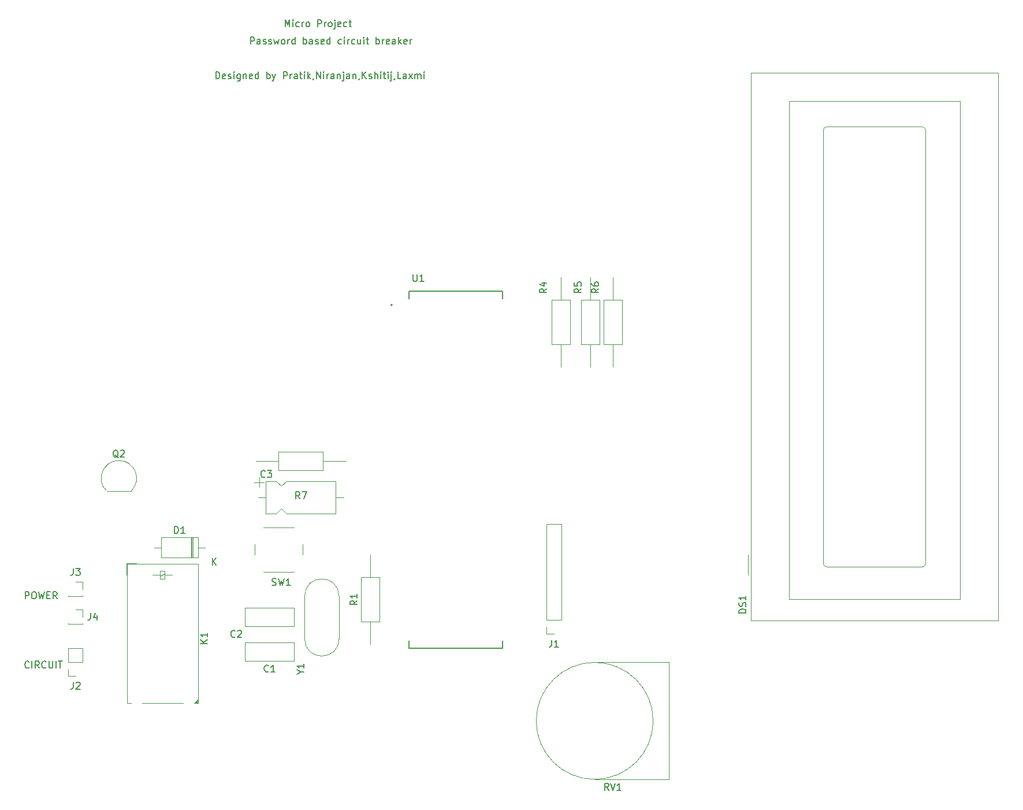
<source format=gbr>
%TF.GenerationSoftware,KiCad,Pcbnew,7.0.2*%
%TF.CreationDate,2023-06-03T11:17:19+05:30*%
%TF.ProjectId,gerb,67657262-2e6b-4696-9361-645f70636258,rev?*%
%TF.SameCoordinates,Original*%
%TF.FileFunction,Legend,Top*%
%TF.FilePolarity,Positive*%
%FSLAX46Y46*%
G04 Gerber Fmt 4.6, Leading zero omitted, Abs format (unit mm)*
G04 Created by KiCad (PCBNEW 7.0.2) date 2023-06-03 11:17:19*
%MOMM*%
%LPD*%
G01*
G04 APERTURE LIST*
%ADD10C,0.150000*%
%ADD11C,0.120000*%
%ADD12C,0.127000*%
%ADD13C,0.200000*%
G04 APERTURE END LIST*
D10*
X89138095Y-20197619D02*
X89138095Y-19197619D01*
X89138095Y-19197619D02*
X89471428Y-19911904D01*
X89471428Y-19911904D02*
X89804761Y-19197619D01*
X89804761Y-19197619D02*
X89804761Y-20197619D01*
X90280952Y-20197619D02*
X90280952Y-19530952D01*
X90280952Y-19197619D02*
X90233333Y-19245238D01*
X90233333Y-19245238D02*
X90280952Y-19292857D01*
X90280952Y-19292857D02*
X90328571Y-19245238D01*
X90328571Y-19245238D02*
X90280952Y-19197619D01*
X90280952Y-19197619D02*
X90280952Y-19292857D01*
X91185713Y-20150000D02*
X91090475Y-20197619D01*
X91090475Y-20197619D02*
X90899999Y-20197619D01*
X90899999Y-20197619D02*
X90804761Y-20150000D01*
X90804761Y-20150000D02*
X90757142Y-20102380D01*
X90757142Y-20102380D02*
X90709523Y-20007142D01*
X90709523Y-20007142D02*
X90709523Y-19721428D01*
X90709523Y-19721428D02*
X90757142Y-19626190D01*
X90757142Y-19626190D02*
X90804761Y-19578571D01*
X90804761Y-19578571D02*
X90899999Y-19530952D01*
X90899999Y-19530952D02*
X91090475Y-19530952D01*
X91090475Y-19530952D02*
X91185713Y-19578571D01*
X91614285Y-20197619D02*
X91614285Y-19530952D01*
X91614285Y-19721428D02*
X91661904Y-19626190D01*
X91661904Y-19626190D02*
X91709523Y-19578571D01*
X91709523Y-19578571D02*
X91804761Y-19530952D01*
X91804761Y-19530952D02*
X91899999Y-19530952D01*
X92376190Y-20197619D02*
X92280952Y-20150000D01*
X92280952Y-20150000D02*
X92233333Y-20102380D01*
X92233333Y-20102380D02*
X92185714Y-20007142D01*
X92185714Y-20007142D02*
X92185714Y-19721428D01*
X92185714Y-19721428D02*
X92233333Y-19626190D01*
X92233333Y-19626190D02*
X92280952Y-19578571D01*
X92280952Y-19578571D02*
X92376190Y-19530952D01*
X92376190Y-19530952D02*
X92519047Y-19530952D01*
X92519047Y-19530952D02*
X92614285Y-19578571D01*
X92614285Y-19578571D02*
X92661904Y-19626190D01*
X92661904Y-19626190D02*
X92709523Y-19721428D01*
X92709523Y-19721428D02*
X92709523Y-20007142D01*
X92709523Y-20007142D02*
X92661904Y-20102380D01*
X92661904Y-20102380D02*
X92614285Y-20150000D01*
X92614285Y-20150000D02*
X92519047Y-20197619D01*
X92519047Y-20197619D02*
X92376190Y-20197619D01*
X93900000Y-20197619D02*
X93900000Y-19197619D01*
X93900000Y-19197619D02*
X94280952Y-19197619D01*
X94280952Y-19197619D02*
X94376190Y-19245238D01*
X94376190Y-19245238D02*
X94423809Y-19292857D01*
X94423809Y-19292857D02*
X94471428Y-19388095D01*
X94471428Y-19388095D02*
X94471428Y-19530952D01*
X94471428Y-19530952D02*
X94423809Y-19626190D01*
X94423809Y-19626190D02*
X94376190Y-19673809D01*
X94376190Y-19673809D02*
X94280952Y-19721428D01*
X94280952Y-19721428D02*
X93900000Y-19721428D01*
X94900000Y-20197619D02*
X94900000Y-19530952D01*
X94900000Y-19721428D02*
X94947619Y-19626190D01*
X94947619Y-19626190D02*
X94995238Y-19578571D01*
X94995238Y-19578571D02*
X95090476Y-19530952D01*
X95090476Y-19530952D02*
X95185714Y-19530952D01*
X95661905Y-20197619D02*
X95566667Y-20150000D01*
X95566667Y-20150000D02*
X95519048Y-20102380D01*
X95519048Y-20102380D02*
X95471429Y-20007142D01*
X95471429Y-20007142D02*
X95471429Y-19721428D01*
X95471429Y-19721428D02*
X95519048Y-19626190D01*
X95519048Y-19626190D02*
X95566667Y-19578571D01*
X95566667Y-19578571D02*
X95661905Y-19530952D01*
X95661905Y-19530952D02*
X95804762Y-19530952D01*
X95804762Y-19530952D02*
X95900000Y-19578571D01*
X95900000Y-19578571D02*
X95947619Y-19626190D01*
X95947619Y-19626190D02*
X95995238Y-19721428D01*
X95995238Y-19721428D02*
X95995238Y-20007142D01*
X95995238Y-20007142D02*
X95947619Y-20102380D01*
X95947619Y-20102380D02*
X95900000Y-20150000D01*
X95900000Y-20150000D02*
X95804762Y-20197619D01*
X95804762Y-20197619D02*
X95661905Y-20197619D01*
X96423810Y-19530952D02*
X96423810Y-20388095D01*
X96423810Y-20388095D02*
X96376191Y-20483333D01*
X96376191Y-20483333D02*
X96280953Y-20530952D01*
X96280953Y-20530952D02*
X96233334Y-20530952D01*
X96423810Y-19197619D02*
X96376191Y-19245238D01*
X96376191Y-19245238D02*
X96423810Y-19292857D01*
X96423810Y-19292857D02*
X96471429Y-19245238D01*
X96471429Y-19245238D02*
X96423810Y-19197619D01*
X96423810Y-19197619D02*
X96423810Y-19292857D01*
X97280952Y-20150000D02*
X97185714Y-20197619D01*
X97185714Y-20197619D02*
X96995238Y-20197619D01*
X96995238Y-20197619D02*
X96900000Y-20150000D01*
X96900000Y-20150000D02*
X96852381Y-20054761D01*
X96852381Y-20054761D02*
X96852381Y-19673809D01*
X96852381Y-19673809D02*
X96900000Y-19578571D01*
X96900000Y-19578571D02*
X96995238Y-19530952D01*
X96995238Y-19530952D02*
X97185714Y-19530952D01*
X97185714Y-19530952D02*
X97280952Y-19578571D01*
X97280952Y-19578571D02*
X97328571Y-19673809D01*
X97328571Y-19673809D02*
X97328571Y-19769047D01*
X97328571Y-19769047D02*
X96852381Y-19864285D01*
X98185714Y-20150000D02*
X98090476Y-20197619D01*
X98090476Y-20197619D02*
X97900000Y-20197619D01*
X97900000Y-20197619D02*
X97804762Y-20150000D01*
X97804762Y-20150000D02*
X97757143Y-20102380D01*
X97757143Y-20102380D02*
X97709524Y-20007142D01*
X97709524Y-20007142D02*
X97709524Y-19721428D01*
X97709524Y-19721428D02*
X97757143Y-19626190D01*
X97757143Y-19626190D02*
X97804762Y-19578571D01*
X97804762Y-19578571D02*
X97900000Y-19530952D01*
X97900000Y-19530952D02*
X98090476Y-19530952D01*
X98090476Y-19530952D02*
X98185714Y-19578571D01*
X98471429Y-19530952D02*
X98852381Y-19530952D01*
X98614286Y-19197619D02*
X98614286Y-20054761D01*
X98614286Y-20054761D02*
X98661905Y-20150000D01*
X98661905Y-20150000D02*
X98757143Y-20197619D01*
X98757143Y-20197619D02*
X98852381Y-20197619D01*
X51609523Y-114082380D02*
X51561904Y-114130000D01*
X51561904Y-114130000D02*
X51419047Y-114177619D01*
X51419047Y-114177619D02*
X51323809Y-114177619D01*
X51323809Y-114177619D02*
X51180952Y-114130000D01*
X51180952Y-114130000D02*
X51085714Y-114034761D01*
X51085714Y-114034761D02*
X51038095Y-113939523D01*
X51038095Y-113939523D02*
X50990476Y-113749047D01*
X50990476Y-113749047D02*
X50990476Y-113606190D01*
X50990476Y-113606190D02*
X51038095Y-113415714D01*
X51038095Y-113415714D02*
X51085714Y-113320476D01*
X51085714Y-113320476D02*
X51180952Y-113225238D01*
X51180952Y-113225238D02*
X51323809Y-113177619D01*
X51323809Y-113177619D02*
X51419047Y-113177619D01*
X51419047Y-113177619D02*
X51561904Y-113225238D01*
X51561904Y-113225238D02*
X51609523Y-113272857D01*
X52038095Y-114177619D02*
X52038095Y-113177619D01*
X53085713Y-114177619D02*
X52752380Y-113701428D01*
X52514285Y-114177619D02*
X52514285Y-113177619D01*
X52514285Y-113177619D02*
X52895237Y-113177619D01*
X52895237Y-113177619D02*
X52990475Y-113225238D01*
X52990475Y-113225238D02*
X53038094Y-113272857D01*
X53038094Y-113272857D02*
X53085713Y-113368095D01*
X53085713Y-113368095D02*
X53085713Y-113510952D01*
X53085713Y-113510952D02*
X53038094Y-113606190D01*
X53038094Y-113606190D02*
X52990475Y-113653809D01*
X52990475Y-113653809D02*
X52895237Y-113701428D01*
X52895237Y-113701428D02*
X52514285Y-113701428D01*
X54085713Y-114082380D02*
X54038094Y-114130000D01*
X54038094Y-114130000D02*
X53895237Y-114177619D01*
X53895237Y-114177619D02*
X53799999Y-114177619D01*
X53799999Y-114177619D02*
X53657142Y-114130000D01*
X53657142Y-114130000D02*
X53561904Y-114034761D01*
X53561904Y-114034761D02*
X53514285Y-113939523D01*
X53514285Y-113939523D02*
X53466666Y-113749047D01*
X53466666Y-113749047D02*
X53466666Y-113606190D01*
X53466666Y-113606190D02*
X53514285Y-113415714D01*
X53514285Y-113415714D02*
X53561904Y-113320476D01*
X53561904Y-113320476D02*
X53657142Y-113225238D01*
X53657142Y-113225238D02*
X53799999Y-113177619D01*
X53799999Y-113177619D02*
X53895237Y-113177619D01*
X53895237Y-113177619D02*
X54038094Y-113225238D01*
X54038094Y-113225238D02*
X54085713Y-113272857D01*
X54514285Y-113177619D02*
X54514285Y-113987142D01*
X54514285Y-113987142D02*
X54561904Y-114082380D01*
X54561904Y-114082380D02*
X54609523Y-114130000D01*
X54609523Y-114130000D02*
X54704761Y-114177619D01*
X54704761Y-114177619D02*
X54895237Y-114177619D01*
X54895237Y-114177619D02*
X54990475Y-114130000D01*
X54990475Y-114130000D02*
X55038094Y-114082380D01*
X55038094Y-114082380D02*
X55085713Y-113987142D01*
X55085713Y-113987142D02*
X55085713Y-113177619D01*
X55561904Y-114177619D02*
X55561904Y-113177619D01*
X55895237Y-113177619D02*
X56466665Y-113177619D01*
X56180951Y-114177619D02*
X56180951Y-113177619D01*
X51038095Y-104017619D02*
X51038095Y-103017619D01*
X51038095Y-103017619D02*
X51419047Y-103017619D01*
X51419047Y-103017619D02*
X51514285Y-103065238D01*
X51514285Y-103065238D02*
X51561904Y-103112857D01*
X51561904Y-103112857D02*
X51609523Y-103208095D01*
X51609523Y-103208095D02*
X51609523Y-103350952D01*
X51609523Y-103350952D02*
X51561904Y-103446190D01*
X51561904Y-103446190D02*
X51514285Y-103493809D01*
X51514285Y-103493809D02*
X51419047Y-103541428D01*
X51419047Y-103541428D02*
X51038095Y-103541428D01*
X52228571Y-103017619D02*
X52419047Y-103017619D01*
X52419047Y-103017619D02*
X52514285Y-103065238D01*
X52514285Y-103065238D02*
X52609523Y-103160476D01*
X52609523Y-103160476D02*
X52657142Y-103350952D01*
X52657142Y-103350952D02*
X52657142Y-103684285D01*
X52657142Y-103684285D02*
X52609523Y-103874761D01*
X52609523Y-103874761D02*
X52514285Y-103970000D01*
X52514285Y-103970000D02*
X52419047Y-104017619D01*
X52419047Y-104017619D02*
X52228571Y-104017619D01*
X52228571Y-104017619D02*
X52133333Y-103970000D01*
X52133333Y-103970000D02*
X52038095Y-103874761D01*
X52038095Y-103874761D02*
X51990476Y-103684285D01*
X51990476Y-103684285D02*
X51990476Y-103350952D01*
X51990476Y-103350952D02*
X52038095Y-103160476D01*
X52038095Y-103160476D02*
X52133333Y-103065238D01*
X52133333Y-103065238D02*
X52228571Y-103017619D01*
X52990476Y-103017619D02*
X53228571Y-104017619D01*
X53228571Y-104017619D02*
X53419047Y-103303333D01*
X53419047Y-103303333D02*
X53609523Y-104017619D01*
X53609523Y-104017619D02*
X53847619Y-103017619D01*
X54228571Y-103493809D02*
X54561904Y-103493809D01*
X54704761Y-104017619D02*
X54228571Y-104017619D01*
X54228571Y-104017619D02*
X54228571Y-103017619D01*
X54228571Y-103017619D02*
X54704761Y-103017619D01*
X55704761Y-104017619D02*
X55371428Y-103541428D01*
X55133333Y-104017619D02*
X55133333Y-103017619D01*
X55133333Y-103017619D02*
X55514285Y-103017619D01*
X55514285Y-103017619D02*
X55609523Y-103065238D01*
X55609523Y-103065238D02*
X55657142Y-103112857D01*
X55657142Y-103112857D02*
X55704761Y-103208095D01*
X55704761Y-103208095D02*
X55704761Y-103350952D01*
X55704761Y-103350952D02*
X55657142Y-103446190D01*
X55657142Y-103446190D02*
X55609523Y-103493809D01*
X55609523Y-103493809D02*
X55514285Y-103541428D01*
X55514285Y-103541428D02*
X55133333Y-103541428D01*
X78978095Y-27817619D02*
X78978095Y-26817619D01*
X78978095Y-26817619D02*
X79216190Y-26817619D01*
X79216190Y-26817619D02*
X79359047Y-26865238D01*
X79359047Y-26865238D02*
X79454285Y-26960476D01*
X79454285Y-26960476D02*
X79501904Y-27055714D01*
X79501904Y-27055714D02*
X79549523Y-27246190D01*
X79549523Y-27246190D02*
X79549523Y-27389047D01*
X79549523Y-27389047D02*
X79501904Y-27579523D01*
X79501904Y-27579523D02*
X79454285Y-27674761D01*
X79454285Y-27674761D02*
X79359047Y-27770000D01*
X79359047Y-27770000D02*
X79216190Y-27817619D01*
X79216190Y-27817619D02*
X78978095Y-27817619D01*
X80359047Y-27770000D02*
X80263809Y-27817619D01*
X80263809Y-27817619D02*
X80073333Y-27817619D01*
X80073333Y-27817619D02*
X79978095Y-27770000D01*
X79978095Y-27770000D02*
X79930476Y-27674761D01*
X79930476Y-27674761D02*
X79930476Y-27293809D01*
X79930476Y-27293809D02*
X79978095Y-27198571D01*
X79978095Y-27198571D02*
X80073333Y-27150952D01*
X80073333Y-27150952D02*
X80263809Y-27150952D01*
X80263809Y-27150952D02*
X80359047Y-27198571D01*
X80359047Y-27198571D02*
X80406666Y-27293809D01*
X80406666Y-27293809D02*
X80406666Y-27389047D01*
X80406666Y-27389047D02*
X79930476Y-27484285D01*
X80787619Y-27770000D02*
X80882857Y-27817619D01*
X80882857Y-27817619D02*
X81073333Y-27817619D01*
X81073333Y-27817619D02*
X81168571Y-27770000D01*
X81168571Y-27770000D02*
X81216190Y-27674761D01*
X81216190Y-27674761D02*
X81216190Y-27627142D01*
X81216190Y-27627142D02*
X81168571Y-27531904D01*
X81168571Y-27531904D02*
X81073333Y-27484285D01*
X81073333Y-27484285D02*
X80930476Y-27484285D01*
X80930476Y-27484285D02*
X80835238Y-27436666D01*
X80835238Y-27436666D02*
X80787619Y-27341428D01*
X80787619Y-27341428D02*
X80787619Y-27293809D01*
X80787619Y-27293809D02*
X80835238Y-27198571D01*
X80835238Y-27198571D02*
X80930476Y-27150952D01*
X80930476Y-27150952D02*
X81073333Y-27150952D01*
X81073333Y-27150952D02*
X81168571Y-27198571D01*
X81644762Y-27817619D02*
X81644762Y-27150952D01*
X81644762Y-26817619D02*
X81597143Y-26865238D01*
X81597143Y-26865238D02*
X81644762Y-26912857D01*
X81644762Y-26912857D02*
X81692381Y-26865238D01*
X81692381Y-26865238D02*
X81644762Y-26817619D01*
X81644762Y-26817619D02*
X81644762Y-26912857D01*
X82549523Y-27150952D02*
X82549523Y-27960476D01*
X82549523Y-27960476D02*
X82501904Y-28055714D01*
X82501904Y-28055714D02*
X82454285Y-28103333D01*
X82454285Y-28103333D02*
X82359047Y-28150952D01*
X82359047Y-28150952D02*
X82216190Y-28150952D01*
X82216190Y-28150952D02*
X82120952Y-28103333D01*
X82549523Y-27770000D02*
X82454285Y-27817619D01*
X82454285Y-27817619D02*
X82263809Y-27817619D01*
X82263809Y-27817619D02*
X82168571Y-27770000D01*
X82168571Y-27770000D02*
X82120952Y-27722380D01*
X82120952Y-27722380D02*
X82073333Y-27627142D01*
X82073333Y-27627142D02*
X82073333Y-27341428D01*
X82073333Y-27341428D02*
X82120952Y-27246190D01*
X82120952Y-27246190D02*
X82168571Y-27198571D01*
X82168571Y-27198571D02*
X82263809Y-27150952D01*
X82263809Y-27150952D02*
X82454285Y-27150952D01*
X82454285Y-27150952D02*
X82549523Y-27198571D01*
X83025714Y-27150952D02*
X83025714Y-27817619D01*
X83025714Y-27246190D02*
X83073333Y-27198571D01*
X83073333Y-27198571D02*
X83168571Y-27150952D01*
X83168571Y-27150952D02*
X83311428Y-27150952D01*
X83311428Y-27150952D02*
X83406666Y-27198571D01*
X83406666Y-27198571D02*
X83454285Y-27293809D01*
X83454285Y-27293809D02*
X83454285Y-27817619D01*
X84311428Y-27770000D02*
X84216190Y-27817619D01*
X84216190Y-27817619D02*
X84025714Y-27817619D01*
X84025714Y-27817619D02*
X83930476Y-27770000D01*
X83930476Y-27770000D02*
X83882857Y-27674761D01*
X83882857Y-27674761D02*
X83882857Y-27293809D01*
X83882857Y-27293809D02*
X83930476Y-27198571D01*
X83930476Y-27198571D02*
X84025714Y-27150952D01*
X84025714Y-27150952D02*
X84216190Y-27150952D01*
X84216190Y-27150952D02*
X84311428Y-27198571D01*
X84311428Y-27198571D02*
X84359047Y-27293809D01*
X84359047Y-27293809D02*
X84359047Y-27389047D01*
X84359047Y-27389047D02*
X83882857Y-27484285D01*
X85216190Y-27817619D02*
X85216190Y-26817619D01*
X85216190Y-27770000D02*
X85120952Y-27817619D01*
X85120952Y-27817619D02*
X84930476Y-27817619D01*
X84930476Y-27817619D02*
X84835238Y-27770000D01*
X84835238Y-27770000D02*
X84787619Y-27722380D01*
X84787619Y-27722380D02*
X84740000Y-27627142D01*
X84740000Y-27627142D02*
X84740000Y-27341428D01*
X84740000Y-27341428D02*
X84787619Y-27246190D01*
X84787619Y-27246190D02*
X84835238Y-27198571D01*
X84835238Y-27198571D02*
X84930476Y-27150952D01*
X84930476Y-27150952D02*
X85120952Y-27150952D01*
X85120952Y-27150952D02*
X85216190Y-27198571D01*
X86454286Y-27817619D02*
X86454286Y-26817619D01*
X86454286Y-27198571D02*
X86549524Y-27150952D01*
X86549524Y-27150952D02*
X86740000Y-27150952D01*
X86740000Y-27150952D02*
X86835238Y-27198571D01*
X86835238Y-27198571D02*
X86882857Y-27246190D01*
X86882857Y-27246190D02*
X86930476Y-27341428D01*
X86930476Y-27341428D02*
X86930476Y-27627142D01*
X86930476Y-27627142D02*
X86882857Y-27722380D01*
X86882857Y-27722380D02*
X86835238Y-27770000D01*
X86835238Y-27770000D02*
X86740000Y-27817619D01*
X86740000Y-27817619D02*
X86549524Y-27817619D01*
X86549524Y-27817619D02*
X86454286Y-27770000D01*
X87263810Y-27150952D02*
X87501905Y-27817619D01*
X87740000Y-27150952D02*
X87501905Y-27817619D01*
X87501905Y-27817619D02*
X87406667Y-28055714D01*
X87406667Y-28055714D02*
X87359048Y-28103333D01*
X87359048Y-28103333D02*
X87263810Y-28150952D01*
X88882858Y-27817619D02*
X88882858Y-26817619D01*
X88882858Y-26817619D02*
X89263810Y-26817619D01*
X89263810Y-26817619D02*
X89359048Y-26865238D01*
X89359048Y-26865238D02*
X89406667Y-26912857D01*
X89406667Y-26912857D02*
X89454286Y-27008095D01*
X89454286Y-27008095D02*
X89454286Y-27150952D01*
X89454286Y-27150952D02*
X89406667Y-27246190D01*
X89406667Y-27246190D02*
X89359048Y-27293809D01*
X89359048Y-27293809D02*
X89263810Y-27341428D01*
X89263810Y-27341428D02*
X88882858Y-27341428D01*
X89882858Y-27817619D02*
X89882858Y-27150952D01*
X89882858Y-27341428D02*
X89930477Y-27246190D01*
X89930477Y-27246190D02*
X89978096Y-27198571D01*
X89978096Y-27198571D02*
X90073334Y-27150952D01*
X90073334Y-27150952D02*
X90168572Y-27150952D01*
X90930477Y-27817619D02*
X90930477Y-27293809D01*
X90930477Y-27293809D02*
X90882858Y-27198571D01*
X90882858Y-27198571D02*
X90787620Y-27150952D01*
X90787620Y-27150952D02*
X90597144Y-27150952D01*
X90597144Y-27150952D02*
X90501906Y-27198571D01*
X90930477Y-27770000D02*
X90835239Y-27817619D01*
X90835239Y-27817619D02*
X90597144Y-27817619D01*
X90597144Y-27817619D02*
X90501906Y-27770000D01*
X90501906Y-27770000D02*
X90454287Y-27674761D01*
X90454287Y-27674761D02*
X90454287Y-27579523D01*
X90454287Y-27579523D02*
X90501906Y-27484285D01*
X90501906Y-27484285D02*
X90597144Y-27436666D01*
X90597144Y-27436666D02*
X90835239Y-27436666D01*
X90835239Y-27436666D02*
X90930477Y-27389047D01*
X91263811Y-27150952D02*
X91644763Y-27150952D01*
X91406668Y-26817619D02*
X91406668Y-27674761D01*
X91406668Y-27674761D02*
X91454287Y-27770000D01*
X91454287Y-27770000D02*
X91549525Y-27817619D01*
X91549525Y-27817619D02*
X91644763Y-27817619D01*
X91978097Y-27817619D02*
X91978097Y-27150952D01*
X91978097Y-26817619D02*
X91930478Y-26865238D01*
X91930478Y-26865238D02*
X91978097Y-26912857D01*
X91978097Y-26912857D02*
X92025716Y-26865238D01*
X92025716Y-26865238D02*
X91978097Y-26817619D01*
X91978097Y-26817619D02*
X91978097Y-26912857D01*
X92454287Y-27817619D02*
X92454287Y-26817619D01*
X92549525Y-27436666D02*
X92835239Y-27817619D01*
X92835239Y-27150952D02*
X92454287Y-27531904D01*
X93311430Y-27770000D02*
X93311430Y-27817619D01*
X93311430Y-27817619D02*
X93263811Y-27912857D01*
X93263811Y-27912857D02*
X93216192Y-27960476D01*
X93740001Y-27817619D02*
X93740001Y-26817619D01*
X93740001Y-26817619D02*
X94311429Y-27817619D01*
X94311429Y-27817619D02*
X94311429Y-26817619D01*
X94787620Y-27817619D02*
X94787620Y-27150952D01*
X94787620Y-26817619D02*
X94740001Y-26865238D01*
X94740001Y-26865238D02*
X94787620Y-26912857D01*
X94787620Y-26912857D02*
X94835239Y-26865238D01*
X94835239Y-26865238D02*
X94787620Y-26817619D01*
X94787620Y-26817619D02*
X94787620Y-26912857D01*
X95263810Y-27817619D02*
X95263810Y-27150952D01*
X95263810Y-27341428D02*
X95311429Y-27246190D01*
X95311429Y-27246190D02*
X95359048Y-27198571D01*
X95359048Y-27198571D02*
X95454286Y-27150952D01*
X95454286Y-27150952D02*
X95549524Y-27150952D01*
X96311429Y-27817619D02*
X96311429Y-27293809D01*
X96311429Y-27293809D02*
X96263810Y-27198571D01*
X96263810Y-27198571D02*
X96168572Y-27150952D01*
X96168572Y-27150952D02*
X95978096Y-27150952D01*
X95978096Y-27150952D02*
X95882858Y-27198571D01*
X96311429Y-27770000D02*
X96216191Y-27817619D01*
X96216191Y-27817619D02*
X95978096Y-27817619D01*
X95978096Y-27817619D02*
X95882858Y-27770000D01*
X95882858Y-27770000D02*
X95835239Y-27674761D01*
X95835239Y-27674761D02*
X95835239Y-27579523D01*
X95835239Y-27579523D02*
X95882858Y-27484285D01*
X95882858Y-27484285D02*
X95978096Y-27436666D01*
X95978096Y-27436666D02*
X96216191Y-27436666D01*
X96216191Y-27436666D02*
X96311429Y-27389047D01*
X96787620Y-27150952D02*
X96787620Y-27817619D01*
X96787620Y-27246190D02*
X96835239Y-27198571D01*
X96835239Y-27198571D02*
X96930477Y-27150952D01*
X96930477Y-27150952D02*
X97073334Y-27150952D01*
X97073334Y-27150952D02*
X97168572Y-27198571D01*
X97168572Y-27198571D02*
X97216191Y-27293809D01*
X97216191Y-27293809D02*
X97216191Y-27817619D01*
X97692382Y-27150952D02*
X97692382Y-28008095D01*
X97692382Y-28008095D02*
X97644763Y-28103333D01*
X97644763Y-28103333D02*
X97549525Y-28150952D01*
X97549525Y-28150952D02*
X97501906Y-28150952D01*
X97692382Y-26817619D02*
X97644763Y-26865238D01*
X97644763Y-26865238D02*
X97692382Y-26912857D01*
X97692382Y-26912857D02*
X97740001Y-26865238D01*
X97740001Y-26865238D02*
X97692382Y-26817619D01*
X97692382Y-26817619D02*
X97692382Y-26912857D01*
X98597143Y-27817619D02*
X98597143Y-27293809D01*
X98597143Y-27293809D02*
X98549524Y-27198571D01*
X98549524Y-27198571D02*
X98454286Y-27150952D01*
X98454286Y-27150952D02*
X98263810Y-27150952D01*
X98263810Y-27150952D02*
X98168572Y-27198571D01*
X98597143Y-27770000D02*
X98501905Y-27817619D01*
X98501905Y-27817619D02*
X98263810Y-27817619D01*
X98263810Y-27817619D02*
X98168572Y-27770000D01*
X98168572Y-27770000D02*
X98120953Y-27674761D01*
X98120953Y-27674761D02*
X98120953Y-27579523D01*
X98120953Y-27579523D02*
X98168572Y-27484285D01*
X98168572Y-27484285D02*
X98263810Y-27436666D01*
X98263810Y-27436666D02*
X98501905Y-27436666D01*
X98501905Y-27436666D02*
X98597143Y-27389047D01*
X99073334Y-27150952D02*
X99073334Y-27817619D01*
X99073334Y-27246190D02*
X99120953Y-27198571D01*
X99120953Y-27198571D02*
X99216191Y-27150952D01*
X99216191Y-27150952D02*
X99359048Y-27150952D01*
X99359048Y-27150952D02*
X99454286Y-27198571D01*
X99454286Y-27198571D02*
X99501905Y-27293809D01*
X99501905Y-27293809D02*
X99501905Y-27817619D01*
X100025715Y-27770000D02*
X100025715Y-27817619D01*
X100025715Y-27817619D02*
X99978096Y-27912857D01*
X99978096Y-27912857D02*
X99930477Y-27960476D01*
X100454286Y-27817619D02*
X100454286Y-26817619D01*
X101025714Y-27817619D02*
X100597143Y-27246190D01*
X101025714Y-26817619D02*
X100454286Y-27389047D01*
X101406667Y-27770000D02*
X101501905Y-27817619D01*
X101501905Y-27817619D02*
X101692381Y-27817619D01*
X101692381Y-27817619D02*
X101787619Y-27770000D01*
X101787619Y-27770000D02*
X101835238Y-27674761D01*
X101835238Y-27674761D02*
X101835238Y-27627142D01*
X101835238Y-27627142D02*
X101787619Y-27531904D01*
X101787619Y-27531904D02*
X101692381Y-27484285D01*
X101692381Y-27484285D02*
X101549524Y-27484285D01*
X101549524Y-27484285D02*
X101454286Y-27436666D01*
X101454286Y-27436666D02*
X101406667Y-27341428D01*
X101406667Y-27341428D02*
X101406667Y-27293809D01*
X101406667Y-27293809D02*
X101454286Y-27198571D01*
X101454286Y-27198571D02*
X101549524Y-27150952D01*
X101549524Y-27150952D02*
X101692381Y-27150952D01*
X101692381Y-27150952D02*
X101787619Y-27198571D01*
X102263810Y-27817619D02*
X102263810Y-26817619D01*
X102692381Y-27817619D02*
X102692381Y-27293809D01*
X102692381Y-27293809D02*
X102644762Y-27198571D01*
X102644762Y-27198571D02*
X102549524Y-27150952D01*
X102549524Y-27150952D02*
X102406667Y-27150952D01*
X102406667Y-27150952D02*
X102311429Y-27198571D01*
X102311429Y-27198571D02*
X102263810Y-27246190D01*
X103168572Y-27817619D02*
X103168572Y-27150952D01*
X103168572Y-26817619D02*
X103120953Y-26865238D01*
X103120953Y-26865238D02*
X103168572Y-26912857D01*
X103168572Y-26912857D02*
X103216191Y-26865238D01*
X103216191Y-26865238D02*
X103168572Y-26817619D01*
X103168572Y-26817619D02*
X103168572Y-26912857D01*
X103501905Y-27150952D02*
X103882857Y-27150952D01*
X103644762Y-26817619D02*
X103644762Y-27674761D01*
X103644762Y-27674761D02*
X103692381Y-27770000D01*
X103692381Y-27770000D02*
X103787619Y-27817619D01*
X103787619Y-27817619D02*
X103882857Y-27817619D01*
X104216191Y-27817619D02*
X104216191Y-27150952D01*
X104216191Y-26817619D02*
X104168572Y-26865238D01*
X104168572Y-26865238D02*
X104216191Y-26912857D01*
X104216191Y-26912857D02*
X104263810Y-26865238D01*
X104263810Y-26865238D02*
X104216191Y-26817619D01*
X104216191Y-26817619D02*
X104216191Y-26912857D01*
X104692381Y-27150952D02*
X104692381Y-28008095D01*
X104692381Y-28008095D02*
X104644762Y-28103333D01*
X104644762Y-28103333D02*
X104549524Y-28150952D01*
X104549524Y-28150952D02*
X104501905Y-28150952D01*
X104692381Y-26817619D02*
X104644762Y-26865238D01*
X104644762Y-26865238D02*
X104692381Y-26912857D01*
X104692381Y-26912857D02*
X104740000Y-26865238D01*
X104740000Y-26865238D02*
X104692381Y-26817619D01*
X104692381Y-26817619D02*
X104692381Y-26912857D01*
X105216190Y-27770000D02*
X105216190Y-27817619D01*
X105216190Y-27817619D02*
X105168571Y-27912857D01*
X105168571Y-27912857D02*
X105120952Y-27960476D01*
X106120951Y-27817619D02*
X105644761Y-27817619D01*
X105644761Y-27817619D02*
X105644761Y-26817619D01*
X106882856Y-27817619D02*
X106882856Y-27293809D01*
X106882856Y-27293809D02*
X106835237Y-27198571D01*
X106835237Y-27198571D02*
X106739999Y-27150952D01*
X106739999Y-27150952D02*
X106549523Y-27150952D01*
X106549523Y-27150952D02*
X106454285Y-27198571D01*
X106882856Y-27770000D02*
X106787618Y-27817619D01*
X106787618Y-27817619D02*
X106549523Y-27817619D01*
X106549523Y-27817619D02*
X106454285Y-27770000D01*
X106454285Y-27770000D02*
X106406666Y-27674761D01*
X106406666Y-27674761D02*
X106406666Y-27579523D01*
X106406666Y-27579523D02*
X106454285Y-27484285D01*
X106454285Y-27484285D02*
X106549523Y-27436666D01*
X106549523Y-27436666D02*
X106787618Y-27436666D01*
X106787618Y-27436666D02*
X106882856Y-27389047D01*
X107263809Y-27817619D02*
X107787618Y-27150952D01*
X107263809Y-27150952D02*
X107787618Y-27817619D01*
X108168571Y-27817619D02*
X108168571Y-27150952D01*
X108168571Y-27246190D02*
X108216190Y-27198571D01*
X108216190Y-27198571D02*
X108311428Y-27150952D01*
X108311428Y-27150952D02*
X108454285Y-27150952D01*
X108454285Y-27150952D02*
X108549523Y-27198571D01*
X108549523Y-27198571D02*
X108597142Y-27293809D01*
X108597142Y-27293809D02*
X108597142Y-27817619D01*
X108597142Y-27293809D02*
X108644761Y-27198571D01*
X108644761Y-27198571D02*
X108739999Y-27150952D01*
X108739999Y-27150952D02*
X108882856Y-27150952D01*
X108882856Y-27150952D02*
X108978095Y-27198571D01*
X108978095Y-27198571D02*
X109025714Y-27293809D01*
X109025714Y-27293809D02*
X109025714Y-27817619D01*
X109501904Y-27817619D02*
X109501904Y-27150952D01*
X109501904Y-26817619D02*
X109454285Y-26865238D01*
X109454285Y-26865238D02*
X109501904Y-26912857D01*
X109501904Y-26912857D02*
X109549523Y-26865238D01*
X109549523Y-26865238D02*
X109501904Y-26817619D01*
X109501904Y-26817619D02*
X109501904Y-26912857D01*
X84058095Y-22737619D02*
X84058095Y-21737619D01*
X84058095Y-21737619D02*
X84439047Y-21737619D01*
X84439047Y-21737619D02*
X84534285Y-21785238D01*
X84534285Y-21785238D02*
X84581904Y-21832857D01*
X84581904Y-21832857D02*
X84629523Y-21928095D01*
X84629523Y-21928095D02*
X84629523Y-22070952D01*
X84629523Y-22070952D02*
X84581904Y-22166190D01*
X84581904Y-22166190D02*
X84534285Y-22213809D01*
X84534285Y-22213809D02*
X84439047Y-22261428D01*
X84439047Y-22261428D02*
X84058095Y-22261428D01*
X85486666Y-22737619D02*
X85486666Y-22213809D01*
X85486666Y-22213809D02*
X85439047Y-22118571D01*
X85439047Y-22118571D02*
X85343809Y-22070952D01*
X85343809Y-22070952D02*
X85153333Y-22070952D01*
X85153333Y-22070952D02*
X85058095Y-22118571D01*
X85486666Y-22690000D02*
X85391428Y-22737619D01*
X85391428Y-22737619D02*
X85153333Y-22737619D01*
X85153333Y-22737619D02*
X85058095Y-22690000D01*
X85058095Y-22690000D02*
X85010476Y-22594761D01*
X85010476Y-22594761D02*
X85010476Y-22499523D01*
X85010476Y-22499523D02*
X85058095Y-22404285D01*
X85058095Y-22404285D02*
X85153333Y-22356666D01*
X85153333Y-22356666D02*
X85391428Y-22356666D01*
X85391428Y-22356666D02*
X85486666Y-22309047D01*
X85915238Y-22690000D02*
X86010476Y-22737619D01*
X86010476Y-22737619D02*
X86200952Y-22737619D01*
X86200952Y-22737619D02*
X86296190Y-22690000D01*
X86296190Y-22690000D02*
X86343809Y-22594761D01*
X86343809Y-22594761D02*
X86343809Y-22547142D01*
X86343809Y-22547142D02*
X86296190Y-22451904D01*
X86296190Y-22451904D02*
X86200952Y-22404285D01*
X86200952Y-22404285D02*
X86058095Y-22404285D01*
X86058095Y-22404285D02*
X85962857Y-22356666D01*
X85962857Y-22356666D02*
X85915238Y-22261428D01*
X85915238Y-22261428D02*
X85915238Y-22213809D01*
X85915238Y-22213809D02*
X85962857Y-22118571D01*
X85962857Y-22118571D02*
X86058095Y-22070952D01*
X86058095Y-22070952D02*
X86200952Y-22070952D01*
X86200952Y-22070952D02*
X86296190Y-22118571D01*
X86724762Y-22690000D02*
X86820000Y-22737619D01*
X86820000Y-22737619D02*
X87010476Y-22737619D01*
X87010476Y-22737619D02*
X87105714Y-22690000D01*
X87105714Y-22690000D02*
X87153333Y-22594761D01*
X87153333Y-22594761D02*
X87153333Y-22547142D01*
X87153333Y-22547142D02*
X87105714Y-22451904D01*
X87105714Y-22451904D02*
X87010476Y-22404285D01*
X87010476Y-22404285D02*
X86867619Y-22404285D01*
X86867619Y-22404285D02*
X86772381Y-22356666D01*
X86772381Y-22356666D02*
X86724762Y-22261428D01*
X86724762Y-22261428D02*
X86724762Y-22213809D01*
X86724762Y-22213809D02*
X86772381Y-22118571D01*
X86772381Y-22118571D02*
X86867619Y-22070952D01*
X86867619Y-22070952D02*
X87010476Y-22070952D01*
X87010476Y-22070952D02*
X87105714Y-22118571D01*
X87486667Y-22070952D02*
X87677143Y-22737619D01*
X87677143Y-22737619D02*
X87867619Y-22261428D01*
X87867619Y-22261428D02*
X88058095Y-22737619D01*
X88058095Y-22737619D02*
X88248571Y-22070952D01*
X88772381Y-22737619D02*
X88677143Y-22690000D01*
X88677143Y-22690000D02*
X88629524Y-22642380D01*
X88629524Y-22642380D02*
X88581905Y-22547142D01*
X88581905Y-22547142D02*
X88581905Y-22261428D01*
X88581905Y-22261428D02*
X88629524Y-22166190D01*
X88629524Y-22166190D02*
X88677143Y-22118571D01*
X88677143Y-22118571D02*
X88772381Y-22070952D01*
X88772381Y-22070952D02*
X88915238Y-22070952D01*
X88915238Y-22070952D02*
X89010476Y-22118571D01*
X89010476Y-22118571D02*
X89058095Y-22166190D01*
X89058095Y-22166190D02*
X89105714Y-22261428D01*
X89105714Y-22261428D02*
X89105714Y-22547142D01*
X89105714Y-22547142D02*
X89058095Y-22642380D01*
X89058095Y-22642380D02*
X89010476Y-22690000D01*
X89010476Y-22690000D02*
X88915238Y-22737619D01*
X88915238Y-22737619D02*
X88772381Y-22737619D01*
X89534286Y-22737619D02*
X89534286Y-22070952D01*
X89534286Y-22261428D02*
X89581905Y-22166190D01*
X89581905Y-22166190D02*
X89629524Y-22118571D01*
X89629524Y-22118571D02*
X89724762Y-22070952D01*
X89724762Y-22070952D02*
X89820000Y-22070952D01*
X90581905Y-22737619D02*
X90581905Y-21737619D01*
X90581905Y-22690000D02*
X90486667Y-22737619D01*
X90486667Y-22737619D02*
X90296191Y-22737619D01*
X90296191Y-22737619D02*
X90200953Y-22690000D01*
X90200953Y-22690000D02*
X90153334Y-22642380D01*
X90153334Y-22642380D02*
X90105715Y-22547142D01*
X90105715Y-22547142D02*
X90105715Y-22261428D01*
X90105715Y-22261428D02*
X90153334Y-22166190D01*
X90153334Y-22166190D02*
X90200953Y-22118571D01*
X90200953Y-22118571D02*
X90296191Y-22070952D01*
X90296191Y-22070952D02*
X90486667Y-22070952D01*
X90486667Y-22070952D02*
X90581905Y-22118571D01*
X91820001Y-22737619D02*
X91820001Y-21737619D01*
X91820001Y-22118571D02*
X91915239Y-22070952D01*
X91915239Y-22070952D02*
X92105715Y-22070952D01*
X92105715Y-22070952D02*
X92200953Y-22118571D01*
X92200953Y-22118571D02*
X92248572Y-22166190D01*
X92248572Y-22166190D02*
X92296191Y-22261428D01*
X92296191Y-22261428D02*
X92296191Y-22547142D01*
X92296191Y-22547142D02*
X92248572Y-22642380D01*
X92248572Y-22642380D02*
X92200953Y-22690000D01*
X92200953Y-22690000D02*
X92105715Y-22737619D01*
X92105715Y-22737619D02*
X91915239Y-22737619D01*
X91915239Y-22737619D02*
X91820001Y-22690000D01*
X93153334Y-22737619D02*
X93153334Y-22213809D01*
X93153334Y-22213809D02*
X93105715Y-22118571D01*
X93105715Y-22118571D02*
X93010477Y-22070952D01*
X93010477Y-22070952D02*
X92820001Y-22070952D01*
X92820001Y-22070952D02*
X92724763Y-22118571D01*
X93153334Y-22690000D02*
X93058096Y-22737619D01*
X93058096Y-22737619D02*
X92820001Y-22737619D01*
X92820001Y-22737619D02*
X92724763Y-22690000D01*
X92724763Y-22690000D02*
X92677144Y-22594761D01*
X92677144Y-22594761D02*
X92677144Y-22499523D01*
X92677144Y-22499523D02*
X92724763Y-22404285D01*
X92724763Y-22404285D02*
X92820001Y-22356666D01*
X92820001Y-22356666D02*
X93058096Y-22356666D01*
X93058096Y-22356666D02*
X93153334Y-22309047D01*
X93581906Y-22690000D02*
X93677144Y-22737619D01*
X93677144Y-22737619D02*
X93867620Y-22737619D01*
X93867620Y-22737619D02*
X93962858Y-22690000D01*
X93962858Y-22690000D02*
X94010477Y-22594761D01*
X94010477Y-22594761D02*
X94010477Y-22547142D01*
X94010477Y-22547142D02*
X93962858Y-22451904D01*
X93962858Y-22451904D02*
X93867620Y-22404285D01*
X93867620Y-22404285D02*
X93724763Y-22404285D01*
X93724763Y-22404285D02*
X93629525Y-22356666D01*
X93629525Y-22356666D02*
X93581906Y-22261428D01*
X93581906Y-22261428D02*
X93581906Y-22213809D01*
X93581906Y-22213809D02*
X93629525Y-22118571D01*
X93629525Y-22118571D02*
X93724763Y-22070952D01*
X93724763Y-22070952D02*
X93867620Y-22070952D01*
X93867620Y-22070952D02*
X93962858Y-22118571D01*
X94820001Y-22690000D02*
X94724763Y-22737619D01*
X94724763Y-22737619D02*
X94534287Y-22737619D01*
X94534287Y-22737619D02*
X94439049Y-22690000D01*
X94439049Y-22690000D02*
X94391430Y-22594761D01*
X94391430Y-22594761D02*
X94391430Y-22213809D01*
X94391430Y-22213809D02*
X94439049Y-22118571D01*
X94439049Y-22118571D02*
X94534287Y-22070952D01*
X94534287Y-22070952D02*
X94724763Y-22070952D01*
X94724763Y-22070952D02*
X94820001Y-22118571D01*
X94820001Y-22118571D02*
X94867620Y-22213809D01*
X94867620Y-22213809D02*
X94867620Y-22309047D01*
X94867620Y-22309047D02*
X94391430Y-22404285D01*
X95724763Y-22737619D02*
X95724763Y-21737619D01*
X95724763Y-22690000D02*
X95629525Y-22737619D01*
X95629525Y-22737619D02*
X95439049Y-22737619D01*
X95439049Y-22737619D02*
X95343811Y-22690000D01*
X95343811Y-22690000D02*
X95296192Y-22642380D01*
X95296192Y-22642380D02*
X95248573Y-22547142D01*
X95248573Y-22547142D02*
X95248573Y-22261428D01*
X95248573Y-22261428D02*
X95296192Y-22166190D01*
X95296192Y-22166190D02*
X95343811Y-22118571D01*
X95343811Y-22118571D02*
X95439049Y-22070952D01*
X95439049Y-22070952D02*
X95629525Y-22070952D01*
X95629525Y-22070952D02*
X95724763Y-22118571D01*
X97391430Y-22690000D02*
X97296192Y-22737619D01*
X97296192Y-22737619D02*
X97105716Y-22737619D01*
X97105716Y-22737619D02*
X97010478Y-22690000D01*
X97010478Y-22690000D02*
X96962859Y-22642380D01*
X96962859Y-22642380D02*
X96915240Y-22547142D01*
X96915240Y-22547142D02*
X96915240Y-22261428D01*
X96915240Y-22261428D02*
X96962859Y-22166190D01*
X96962859Y-22166190D02*
X97010478Y-22118571D01*
X97010478Y-22118571D02*
X97105716Y-22070952D01*
X97105716Y-22070952D02*
X97296192Y-22070952D01*
X97296192Y-22070952D02*
X97391430Y-22118571D01*
X97820002Y-22737619D02*
X97820002Y-22070952D01*
X97820002Y-21737619D02*
X97772383Y-21785238D01*
X97772383Y-21785238D02*
X97820002Y-21832857D01*
X97820002Y-21832857D02*
X97867621Y-21785238D01*
X97867621Y-21785238D02*
X97820002Y-21737619D01*
X97820002Y-21737619D02*
X97820002Y-21832857D01*
X98296192Y-22737619D02*
X98296192Y-22070952D01*
X98296192Y-22261428D02*
X98343811Y-22166190D01*
X98343811Y-22166190D02*
X98391430Y-22118571D01*
X98391430Y-22118571D02*
X98486668Y-22070952D01*
X98486668Y-22070952D02*
X98581906Y-22070952D01*
X99343811Y-22690000D02*
X99248573Y-22737619D01*
X99248573Y-22737619D02*
X99058097Y-22737619D01*
X99058097Y-22737619D02*
X98962859Y-22690000D01*
X98962859Y-22690000D02*
X98915240Y-22642380D01*
X98915240Y-22642380D02*
X98867621Y-22547142D01*
X98867621Y-22547142D02*
X98867621Y-22261428D01*
X98867621Y-22261428D02*
X98915240Y-22166190D01*
X98915240Y-22166190D02*
X98962859Y-22118571D01*
X98962859Y-22118571D02*
X99058097Y-22070952D01*
X99058097Y-22070952D02*
X99248573Y-22070952D01*
X99248573Y-22070952D02*
X99343811Y-22118571D01*
X100200954Y-22070952D02*
X100200954Y-22737619D01*
X99772383Y-22070952D02*
X99772383Y-22594761D01*
X99772383Y-22594761D02*
X99820002Y-22690000D01*
X99820002Y-22690000D02*
X99915240Y-22737619D01*
X99915240Y-22737619D02*
X100058097Y-22737619D01*
X100058097Y-22737619D02*
X100153335Y-22690000D01*
X100153335Y-22690000D02*
X100200954Y-22642380D01*
X100677145Y-22737619D02*
X100677145Y-22070952D01*
X100677145Y-21737619D02*
X100629526Y-21785238D01*
X100629526Y-21785238D02*
X100677145Y-21832857D01*
X100677145Y-21832857D02*
X100724764Y-21785238D01*
X100724764Y-21785238D02*
X100677145Y-21737619D01*
X100677145Y-21737619D02*
X100677145Y-21832857D01*
X101010478Y-22070952D02*
X101391430Y-22070952D01*
X101153335Y-21737619D02*
X101153335Y-22594761D01*
X101153335Y-22594761D02*
X101200954Y-22690000D01*
X101200954Y-22690000D02*
X101296192Y-22737619D01*
X101296192Y-22737619D02*
X101391430Y-22737619D01*
X102486669Y-22737619D02*
X102486669Y-21737619D01*
X102486669Y-22118571D02*
X102581907Y-22070952D01*
X102581907Y-22070952D02*
X102772383Y-22070952D01*
X102772383Y-22070952D02*
X102867621Y-22118571D01*
X102867621Y-22118571D02*
X102915240Y-22166190D01*
X102915240Y-22166190D02*
X102962859Y-22261428D01*
X102962859Y-22261428D02*
X102962859Y-22547142D01*
X102962859Y-22547142D02*
X102915240Y-22642380D01*
X102915240Y-22642380D02*
X102867621Y-22690000D01*
X102867621Y-22690000D02*
X102772383Y-22737619D01*
X102772383Y-22737619D02*
X102581907Y-22737619D01*
X102581907Y-22737619D02*
X102486669Y-22690000D01*
X103391431Y-22737619D02*
X103391431Y-22070952D01*
X103391431Y-22261428D02*
X103439050Y-22166190D01*
X103439050Y-22166190D02*
X103486669Y-22118571D01*
X103486669Y-22118571D02*
X103581907Y-22070952D01*
X103581907Y-22070952D02*
X103677145Y-22070952D01*
X104391431Y-22690000D02*
X104296193Y-22737619D01*
X104296193Y-22737619D02*
X104105717Y-22737619D01*
X104105717Y-22737619D02*
X104010479Y-22690000D01*
X104010479Y-22690000D02*
X103962860Y-22594761D01*
X103962860Y-22594761D02*
X103962860Y-22213809D01*
X103962860Y-22213809D02*
X104010479Y-22118571D01*
X104010479Y-22118571D02*
X104105717Y-22070952D01*
X104105717Y-22070952D02*
X104296193Y-22070952D01*
X104296193Y-22070952D02*
X104391431Y-22118571D01*
X104391431Y-22118571D02*
X104439050Y-22213809D01*
X104439050Y-22213809D02*
X104439050Y-22309047D01*
X104439050Y-22309047D02*
X103962860Y-22404285D01*
X105296193Y-22737619D02*
X105296193Y-22213809D01*
X105296193Y-22213809D02*
X105248574Y-22118571D01*
X105248574Y-22118571D02*
X105153336Y-22070952D01*
X105153336Y-22070952D02*
X104962860Y-22070952D01*
X104962860Y-22070952D02*
X104867622Y-22118571D01*
X105296193Y-22690000D02*
X105200955Y-22737619D01*
X105200955Y-22737619D02*
X104962860Y-22737619D01*
X104962860Y-22737619D02*
X104867622Y-22690000D01*
X104867622Y-22690000D02*
X104820003Y-22594761D01*
X104820003Y-22594761D02*
X104820003Y-22499523D01*
X104820003Y-22499523D02*
X104867622Y-22404285D01*
X104867622Y-22404285D02*
X104962860Y-22356666D01*
X104962860Y-22356666D02*
X105200955Y-22356666D01*
X105200955Y-22356666D02*
X105296193Y-22309047D01*
X105772384Y-22737619D02*
X105772384Y-21737619D01*
X105867622Y-22356666D02*
X106153336Y-22737619D01*
X106153336Y-22070952D02*
X105772384Y-22451904D01*
X106962860Y-22690000D02*
X106867622Y-22737619D01*
X106867622Y-22737619D02*
X106677146Y-22737619D01*
X106677146Y-22737619D02*
X106581908Y-22690000D01*
X106581908Y-22690000D02*
X106534289Y-22594761D01*
X106534289Y-22594761D02*
X106534289Y-22213809D01*
X106534289Y-22213809D02*
X106581908Y-22118571D01*
X106581908Y-22118571D02*
X106677146Y-22070952D01*
X106677146Y-22070952D02*
X106867622Y-22070952D01*
X106867622Y-22070952D02*
X106962860Y-22118571D01*
X106962860Y-22118571D02*
X107010479Y-22213809D01*
X107010479Y-22213809D02*
X107010479Y-22309047D01*
X107010479Y-22309047D02*
X106534289Y-22404285D01*
X107439051Y-22737619D02*
X107439051Y-22070952D01*
X107439051Y-22261428D02*
X107486670Y-22166190D01*
X107486670Y-22166190D02*
X107534289Y-22118571D01*
X107534289Y-22118571D02*
X107629527Y-22070952D01*
X107629527Y-22070952D02*
X107724765Y-22070952D01*
%TO.C,SW1*%
X87226473Y-102015000D02*
X87369330Y-102062619D01*
X87369330Y-102062619D02*
X87607425Y-102062619D01*
X87607425Y-102062619D02*
X87702663Y-102015000D01*
X87702663Y-102015000D02*
X87750282Y-101967380D01*
X87750282Y-101967380D02*
X87797901Y-101872142D01*
X87797901Y-101872142D02*
X87797901Y-101776904D01*
X87797901Y-101776904D02*
X87750282Y-101681666D01*
X87750282Y-101681666D02*
X87702663Y-101634047D01*
X87702663Y-101634047D02*
X87607425Y-101586428D01*
X87607425Y-101586428D02*
X87416949Y-101538809D01*
X87416949Y-101538809D02*
X87321711Y-101491190D01*
X87321711Y-101491190D02*
X87274092Y-101443571D01*
X87274092Y-101443571D02*
X87226473Y-101348333D01*
X87226473Y-101348333D02*
X87226473Y-101253095D01*
X87226473Y-101253095D02*
X87274092Y-101157857D01*
X87274092Y-101157857D02*
X87321711Y-101110238D01*
X87321711Y-101110238D02*
X87416949Y-101062619D01*
X87416949Y-101062619D02*
X87655044Y-101062619D01*
X87655044Y-101062619D02*
X87797901Y-101110238D01*
X88131235Y-101062619D02*
X88369330Y-102062619D01*
X88369330Y-102062619D02*
X88559806Y-101348333D01*
X88559806Y-101348333D02*
X88750282Y-102062619D01*
X88750282Y-102062619D02*
X88988378Y-101062619D01*
X89893139Y-102062619D02*
X89321711Y-102062619D01*
X89607425Y-102062619D02*
X89607425Y-101062619D01*
X89607425Y-101062619D02*
X89512187Y-101205476D01*
X89512187Y-101205476D02*
X89416949Y-101300714D01*
X89416949Y-101300714D02*
X89321711Y-101348333D01*
%TO.C,R5*%
X132542619Y-58586666D02*
X132066428Y-58919999D01*
X132542619Y-59158094D02*
X131542619Y-59158094D01*
X131542619Y-59158094D02*
X131542619Y-58777142D01*
X131542619Y-58777142D02*
X131590238Y-58681904D01*
X131590238Y-58681904D02*
X131637857Y-58634285D01*
X131637857Y-58634285D02*
X131733095Y-58586666D01*
X131733095Y-58586666D02*
X131875952Y-58586666D01*
X131875952Y-58586666D02*
X131971190Y-58634285D01*
X131971190Y-58634285D02*
X132018809Y-58681904D01*
X132018809Y-58681904D02*
X132066428Y-58777142D01*
X132066428Y-58777142D02*
X132066428Y-59158094D01*
X131542619Y-57681904D02*
X131542619Y-58158094D01*
X131542619Y-58158094D02*
X132018809Y-58205713D01*
X132018809Y-58205713D02*
X131971190Y-58158094D01*
X131971190Y-58158094D02*
X131923571Y-58062856D01*
X131923571Y-58062856D02*
X131923571Y-57824761D01*
X131923571Y-57824761D02*
X131971190Y-57729523D01*
X131971190Y-57729523D02*
X132018809Y-57681904D01*
X132018809Y-57681904D02*
X132114047Y-57634285D01*
X132114047Y-57634285D02*
X132352142Y-57634285D01*
X132352142Y-57634285D02*
X132447380Y-57681904D01*
X132447380Y-57681904D02*
X132495000Y-57729523D01*
X132495000Y-57729523D02*
X132542619Y-57824761D01*
X132542619Y-57824761D02*
X132542619Y-58062856D01*
X132542619Y-58062856D02*
X132495000Y-58158094D01*
X132495000Y-58158094D02*
X132447380Y-58205713D01*
%TO.C,C2*%
X81793333Y-109587380D02*
X81745714Y-109635000D01*
X81745714Y-109635000D02*
X81602857Y-109682619D01*
X81602857Y-109682619D02*
X81507619Y-109682619D01*
X81507619Y-109682619D02*
X81364762Y-109635000D01*
X81364762Y-109635000D02*
X81269524Y-109539761D01*
X81269524Y-109539761D02*
X81221905Y-109444523D01*
X81221905Y-109444523D02*
X81174286Y-109254047D01*
X81174286Y-109254047D02*
X81174286Y-109111190D01*
X81174286Y-109111190D02*
X81221905Y-108920714D01*
X81221905Y-108920714D02*
X81269524Y-108825476D01*
X81269524Y-108825476D02*
X81364762Y-108730238D01*
X81364762Y-108730238D02*
X81507619Y-108682619D01*
X81507619Y-108682619D02*
X81602857Y-108682619D01*
X81602857Y-108682619D02*
X81745714Y-108730238D01*
X81745714Y-108730238D02*
X81793333Y-108777857D01*
X82174286Y-108777857D02*
X82221905Y-108730238D01*
X82221905Y-108730238D02*
X82317143Y-108682619D01*
X82317143Y-108682619D02*
X82555238Y-108682619D01*
X82555238Y-108682619D02*
X82650476Y-108730238D01*
X82650476Y-108730238D02*
X82698095Y-108777857D01*
X82698095Y-108777857D02*
X82745714Y-108873095D01*
X82745714Y-108873095D02*
X82745714Y-108968333D01*
X82745714Y-108968333D02*
X82698095Y-109111190D01*
X82698095Y-109111190D02*
X82126667Y-109682619D01*
X82126667Y-109682619D02*
X82745714Y-109682619D01*
%TO.C,R4*%
X127462619Y-58586666D02*
X126986428Y-58919999D01*
X127462619Y-59158094D02*
X126462619Y-59158094D01*
X126462619Y-59158094D02*
X126462619Y-58777142D01*
X126462619Y-58777142D02*
X126510238Y-58681904D01*
X126510238Y-58681904D02*
X126557857Y-58634285D01*
X126557857Y-58634285D02*
X126653095Y-58586666D01*
X126653095Y-58586666D02*
X126795952Y-58586666D01*
X126795952Y-58586666D02*
X126891190Y-58634285D01*
X126891190Y-58634285D02*
X126938809Y-58681904D01*
X126938809Y-58681904D02*
X126986428Y-58777142D01*
X126986428Y-58777142D02*
X126986428Y-59158094D01*
X126795952Y-57729523D02*
X127462619Y-57729523D01*
X126415000Y-57967618D02*
X127129285Y-58205713D01*
X127129285Y-58205713D02*
X127129285Y-57586666D01*
%TO.C,R7*%
X91273333Y-89362619D02*
X90940000Y-88886428D01*
X90701905Y-89362619D02*
X90701905Y-88362619D01*
X90701905Y-88362619D02*
X91082857Y-88362619D01*
X91082857Y-88362619D02*
X91178095Y-88410238D01*
X91178095Y-88410238D02*
X91225714Y-88457857D01*
X91225714Y-88457857D02*
X91273333Y-88553095D01*
X91273333Y-88553095D02*
X91273333Y-88695952D01*
X91273333Y-88695952D02*
X91225714Y-88791190D01*
X91225714Y-88791190D02*
X91178095Y-88838809D01*
X91178095Y-88838809D02*
X91082857Y-88886428D01*
X91082857Y-88886428D02*
X90701905Y-88886428D01*
X91606667Y-88362619D02*
X92273333Y-88362619D01*
X92273333Y-88362619D02*
X91844762Y-89362619D01*
%TO.C,R6*%
X135082619Y-58586666D02*
X134606428Y-58919999D01*
X135082619Y-59158094D02*
X134082619Y-59158094D01*
X134082619Y-59158094D02*
X134082619Y-58777142D01*
X134082619Y-58777142D02*
X134130238Y-58681904D01*
X134130238Y-58681904D02*
X134177857Y-58634285D01*
X134177857Y-58634285D02*
X134273095Y-58586666D01*
X134273095Y-58586666D02*
X134415952Y-58586666D01*
X134415952Y-58586666D02*
X134511190Y-58634285D01*
X134511190Y-58634285D02*
X134558809Y-58681904D01*
X134558809Y-58681904D02*
X134606428Y-58777142D01*
X134606428Y-58777142D02*
X134606428Y-59158094D01*
X134082619Y-57729523D02*
X134082619Y-57919999D01*
X134082619Y-57919999D02*
X134130238Y-58015237D01*
X134130238Y-58015237D02*
X134177857Y-58062856D01*
X134177857Y-58062856D02*
X134320714Y-58158094D01*
X134320714Y-58158094D02*
X134511190Y-58205713D01*
X134511190Y-58205713D02*
X134892142Y-58205713D01*
X134892142Y-58205713D02*
X134987380Y-58158094D01*
X134987380Y-58158094D02*
X135035000Y-58110475D01*
X135035000Y-58110475D02*
X135082619Y-58015237D01*
X135082619Y-58015237D02*
X135082619Y-57824761D01*
X135082619Y-57824761D02*
X135035000Y-57729523D01*
X135035000Y-57729523D02*
X134987380Y-57681904D01*
X134987380Y-57681904D02*
X134892142Y-57634285D01*
X134892142Y-57634285D02*
X134654047Y-57634285D01*
X134654047Y-57634285D02*
X134558809Y-57681904D01*
X134558809Y-57681904D02*
X134511190Y-57729523D01*
X134511190Y-57729523D02*
X134463571Y-57824761D01*
X134463571Y-57824761D02*
X134463571Y-58015237D01*
X134463571Y-58015237D02*
X134511190Y-58110475D01*
X134511190Y-58110475D02*
X134558809Y-58158094D01*
X134558809Y-58158094D02*
X134654047Y-58205713D01*
%TO.C,RV1*%
X136549761Y-132082619D02*
X136216428Y-131606428D01*
X135978333Y-132082619D02*
X135978333Y-131082619D01*
X135978333Y-131082619D02*
X136359285Y-131082619D01*
X136359285Y-131082619D02*
X136454523Y-131130238D01*
X136454523Y-131130238D02*
X136502142Y-131177857D01*
X136502142Y-131177857D02*
X136549761Y-131273095D01*
X136549761Y-131273095D02*
X136549761Y-131415952D01*
X136549761Y-131415952D02*
X136502142Y-131511190D01*
X136502142Y-131511190D02*
X136454523Y-131558809D01*
X136454523Y-131558809D02*
X136359285Y-131606428D01*
X136359285Y-131606428D02*
X135978333Y-131606428D01*
X136835476Y-131082619D02*
X137168809Y-132082619D01*
X137168809Y-132082619D02*
X137502142Y-131082619D01*
X138359285Y-132082619D02*
X137787857Y-132082619D01*
X138073571Y-132082619D02*
X138073571Y-131082619D01*
X138073571Y-131082619D02*
X137978333Y-131225476D01*
X137978333Y-131225476D02*
X137883095Y-131320714D01*
X137883095Y-131320714D02*
X137787857Y-131368333D01*
%TO.C,DS1*%
X156672619Y-106094285D02*
X155672619Y-106094285D01*
X155672619Y-106094285D02*
X155672619Y-105856190D01*
X155672619Y-105856190D02*
X155720238Y-105713333D01*
X155720238Y-105713333D02*
X155815476Y-105618095D01*
X155815476Y-105618095D02*
X155910714Y-105570476D01*
X155910714Y-105570476D02*
X156101190Y-105522857D01*
X156101190Y-105522857D02*
X156244047Y-105522857D01*
X156244047Y-105522857D02*
X156434523Y-105570476D01*
X156434523Y-105570476D02*
X156529761Y-105618095D01*
X156529761Y-105618095D02*
X156625000Y-105713333D01*
X156625000Y-105713333D02*
X156672619Y-105856190D01*
X156672619Y-105856190D02*
X156672619Y-106094285D01*
X156625000Y-105141904D02*
X156672619Y-104999047D01*
X156672619Y-104999047D02*
X156672619Y-104760952D01*
X156672619Y-104760952D02*
X156625000Y-104665714D01*
X156625000Y-104665714D02*
X156577380Y-104618095D01*
X156577380Y-104618095D02*
X156482142Y-104570476D01*
X156482142Y-104570476D02*
X156386904Y-104570476D01*
X156386904Y-104570476D02*
X156291666Y-104618095D01*
X156291666Y-104618095D02*
X156244047Y-104665714D01*
X156244047Y-104665714D02*
X156196428Y-104760952D01*
X156196428Y-104760952D02*
X156148809Y-104951428D01*
X156148809Y-104951428D02*
X156101190Y-105046666D01*
X156101190Y-105046666D02*
X156053571Y-105094285D01*
X156053571Y-105094285D02*
X155958333Y-105141904D01*
X155958333Y-105141904D02*
X155863095Y-105141904D01*
X155863095Y-105141904D02*
X155767857Y-105094285D01*
X155767857Y-105094285D02*
X155720238Y-105046666D01*
X155720238Y-105046666D02*
X155672619Y-104951428D01*
X155672619Y-104951428D02*
X155672619Y-104713333D01*
X155672619Y-104713333D02*
X155720238Y-104570476D01*
X156672619Y-103618095D02*
X156672619Y-104189523D01*
X156672619Y-103903809D02*
X155672619Y-103903809D01*
X155672619Y-103903809D02*
X155815476Y-103999047D01*
X155815476Y-103999047D02*
X155910714Y-104094285D01*
X155910714Y-104094285D02*
X155958333Y-104189523D01*
%TO.C,U1*%
X107900095Y-56505619D02*
X107900095Y-57315142D01*
X107900095Y-57315142D02*
X107947714Y-57410380D01*
X107947714Y-57410380D02*
X107995333Y-57458000D01*
X107995333Y-57458000D02*
X108090571Y-57505619D01*
X108090571Y-57505619D02*
X108281047Y-57505619D01*
X108281047Y-57505619D02*
X108376285Y-57458000D01*
X108376285Y-57458000D02*
X108423904Y-57410380D01*
X108423904Y-57410380D02*
X108471523Y-57315142D01*
X108471523Y-57315142D02*
X108471523Y-56505619D01*
X109471523Y-57505619D02*
X108900095Y-57505619D01*
X109185809Y-57505619D02*
X109185809Y-56505619D01*
X109185809Y-56505619D02*
X109090571Y-56648476D01*
X109090571Y-56648476D02*
X108995333Y-56743714D01*
X108995333Y-56743714D02*
X108900095Y-56791333D01*
%TO.C,J4*%
X60626666Y-106142619D02*
X60626666Y-106856904D01*
X60626666Y-106856904D02*
X60579047Y-106999761D01*
X60579047Y-106999761D02*
X60483809Y-107095000D01*
X60483809Y-107095000D02*
X60340952Y-107142619D01*
X60340952Y-107142619D02*
X60245714Y-107142619D01*
X61531428Y-106475952D02*
X61531428Y-107142619D01*
X61293333Y-106095000D02*
X61055238Y-106809285D01*
X61055238Y-106809285D02*
X61674285Y-106809285D01*
%TO.C,J2*%
X58086666Y-116262619D02*
X58086666Y-116976904D01*
X58086666Y-116976904D02*
X58039047Y-117119761D01*
X58039047Y-117119761D02*
X57943809Y-117215000D01*
X57943809Y-117215000D02*
X57800952Y-117262619D01*
X57800952Y-117262619D02*
X57705714Y-117262619D01*
X58515238Y-116357857D02*
X58562857Y-116310238D01*
X58562857Y-116310238D02*
X58658095Y-116262619D01*
X58658095Y-116262619D02*
X58896190Y-116262619D01*
X58896190Y-116262619D02*
X58991428Y-116310238D01*
X58991428Y-116310238D02*
X59039047Y-116357857D01*
X59039047Y-116357857D02*
X59086666Y-116453095D01*
X59086666Y-116453095D02*
X59086666Y-116548333D01*
X59086666Y-116548333D02*
X59039047Y-116691190D01*
X59039047Y-116691190D02*
X58467619Y-117262619D01*
X58467619Y-117262619D02*
X59086666Y-117262619D01*
%TO.C,J3*%
X58086666Y-99592619D02*
X58086666Y-100306904D01*
X58086666Y-100306904D02*
X58039047Y-100449761D01*
X58039047Y-100449761D02*
X57943809Y-100545000D01*
X57943809Y-100545000D02*
X57800952Y-100592619D01*
X57800952Y-100592619D02*
X57705714Y-100592619D01*
X58467619Y-99592619D02*
X59086666Y-99592619D01*
X59086666Y-99592619D02*
X58753333Y-99973571D01*
X58753333Y-99973571D02*
X58896190Y-99973571D01*
X58896190Y-99973571D02*
X58991428Y-100021190D01*
X58991428Y-100021190D02*
X59039047Y-100068809D01*
X59039047Y-100068809D02*
X59086666Y-100164047D01*
X59086666Y-100164047D02*
X59086666Y-100402142D01*
X59086666Y-100402142D02*
X59039047Y-100497380D01*
X59039047Y-100497380D02*
X58991428Y-100545000D01*
X58991428Y-100545000D02*
X58896190Y-100592619D01*
X58896190Y-100592619D02*
X58610476Y-100592619D01*
X58610476Y-100592619D02*
X58515238Y-100545000D01*
X58515238Y-100545000D02*
X58467619Y-100497380D01*
%TO.C,K1*%
X77725119Y-110560594D02*
X76725119Y-110560594D01*
X77725119Y-109989166D02*
X77153690Y-110417737D01*
X76725119Y-109989166D02*
X77296547Y-110560594D01*
X77725119Y-109036785D02*
X77725119Y-109608213D01*
X77725119Y-109322499D02*
X76725119Y-109322499D01*
X76725119Y-109322499D02*
X76867976Y-109417737D01*
X76867976Y-109417737D02*
X76963214Y-109512975D01*
X76963214Y-109512975D02*
X77010833Y-109608213D01*
%TO.C,C3*%
X86193333Y-86139880D02*
X86145714Y-86187500D01*
X86145714Y-86187500D02*
X86002857Y-86235119D01*
X86002857Y-86235119D02*
X85907619Y-86235119D01*
X85907619Y-86235119D02*
X85764762Y-86187500D01*
X85764762Y-86187500D02*
X85669524Y-86092261D01*
X85669524Y-86092261D02*
X85621905Y-85997023D01*
X85621905Y-85997023D02*
X85574286Y-85806547D01*
X85574286Y-85806547D02*
X85574286Y-85663690D01*
X85574286Y-85663690D02*
X85621905Y-85473214D01*
X85621905Y-85473214D02*
X85669524Y-85377976D01*
X85669524Y-85377976D02*
X85764762Y-85282738D01*
X85764762Y-85282738D02*
X85907619Y-85235119D01*
X85907619Y-85235119D02*
X86002857Y-85235119D01*
X86002857Y-85235119D02*
X86145714Y-85282738D01*
X86145714Y-85282738D02*
X86193333Y-85330357D01*
X86526667Y-85235119D02*
X87145714Y-85235119D01*
X87145714Y-85235119D02*
X86812381Y-85616071D01*
X86812381Y-85616071D02*
X86955238Y-85616071D01*
X86955238Y-85616071D02*
X87050476Y-85663690D01*
X87050476Y-85663690D02*
X87098095Y-85711309D01*
X87098095Y-85711309D02*
X87145714Y-85806547D01*
X87145714Y-85806547D02*
X87145714Y-86044642D01*
X87145714Y-86044642D02*
X87098095Y-86139880D01*
X87098095Y-86139880D02*
X87050476Y-86187500D01*
X87050476Y-86187500D02*
X86955238Y-86235119D01*
X86955238Y-86235119D02*
X86669524Y-86235119D01*
X86669524Y-86235119D02*
X86574286Y-86187500D01*
X86574286Y-86187500D02*
X86526667Y-86139880D01*
%TO.C,C1*%
X86693333Y-114667380D02*
X86645714Y-114715000D01*
X86645714Y-114715000D02*
X86502857Y-114762619D01*
X86502857Y-114762619D02*
X86407619Y-114762619D01*
X86407619Y-114762619D02*
X86264762Y-114715000D01*
X86264762Y-114715000D02*
X86169524Y-114619761D01*
X86169524Y-114619761D02*
X86121905Y-114524523D01*
X86121905Y-114524523D02*
X86074286Y-114334047D01*
X86074286Y-114334047D02*
X86074286Y-114191190D01*
X86074286Y-114191190D02*
X86121905Y-114000714D01*
X86121905Y-114000714D02*
X86169524Y-113905476D01*
X86169524Y-113905476D02*
X86264762Y-113810238D01*
X86264762Y-113810238D02*
X86407619Y-113762619D01*
X86407619Y-113762619D02*
X86502857Y-113762619D01*
X86502857Y-113762619D02*
X86645714Y-113810238D01*
X86645714Y-113810238D02*
X86693333Y-113857857D01*
X87645714Y-114762619D02*
X87074286Y-114762619D01*
X87360000Y-114762619D02*
X87360000Y-113762619D01*
X87360000Y-113762619D02*
X87264762Y-113905476D01*
X87264762Y-113905476D02*
X87169524Y-114000714D01*
X87169524Y-114000714D02*
X87074286Y-114048333D01*
%TO.C,R1*%
X99692619Y-104306666D02*
X99216428Y-104639999D01*
X99692619Y-104878094D02*
X98692619Y-104878094D01*
X98692619Y-104878094D02*
X98692619Y-104497142D01*
X98692619Y-104497142D02*
X98740238Y-104401904D01*
X98740238Y-104401904D02*
X98787857Y-104354285D01*
X98787857Y-104354285D02*
X98883095Y-104306666D01*
X98883095Y-104306666D02*
X99025952Y-104306666D01*
X99025952Y-104306666D02*
X99121190Y-104354285D01*
X99121190Y-104354285D02*
X99168809Y-104401904D01*
X99168809Y-104401904D02*
X99216428Y-104497142D01*
X99216428Y-104497142D02*
X99216428Y-104878094D01*
X99692619Y-103354285D02*
X99692619Y-103925713D01*
X99692619Y-103639999D02*
X98692619Y-103639999D01*
X98692619Y-103639999D02*
X98835476Y-103735237D01*
X98835476Y-103735237D02*
X98930714Y-103830475D01*
X98930714Y-103830475D02*
X98978333Y-103925713D01*
%TO.C,Y1*%
X91426428Y-114776190D02*
X91902619Y-114776190D01*
X90902619Y-115109523D02*
X91426428Y-114776190D01*
X91426428Y-114776190D02*
X90902619Y-114442857D01*
X91902619Y-113585714D02*
X91902619Y-114157142D01*
X91902619Y-113871428D02*
X90902619Y-113871428D01*
X90902619Y-113871428D02*
X91045476Y-113966666D01*
X91045476Y-113966666D02*
X91140714Y-114061904D01*
X91140714Y-114061904D02*
X91188333Y-114157142D01*
%TO.C,J1*%
X128206666Y-110102619D02*
X128206666Y-110816904D01*
X128206666Y-110816904D02*
X128159047Y-110959761D01*
X128159047Y-110959761D02*
X128063809Y-111055000D01*
X128063809Y-111055000D02*
X127920952Y-111102619D01*
X127920952Y-111102619D02*
X127825714Y-111102619D01*
X129206666Y-111102619D02*
X128635238Y-111102619D01*
X128920952Y-111102619D02*
X128920952Y-110102619D01*
X128920952Y-110102619D02*
X128825714Y-110245476D01*
X128825714Y-110245476D02*
X128730476Y-110340714D01*
X128730476Y-110340714D02*
X128635238Y-110388333D01*
%TO.C,D1*%
X72921905Y-94442619D02*
X72921905Y-93442619D01*
X72921905Y-93442619D02*
X73160000Y-93442619D01*
X73160000Y-93442619D02*
X73302857Y-93490238D01*
X73302857Y-93490238D02*
X73398095Y-93585476D01*
X73398095Y-93585476D02*
X73445714Y-93680714D01*
X73445714Y-93680714D02*
X73493333Y-93871190D01*
X73493333Y-93871190D02*
X73493333Y-94014047D01*
X73493333Y-94014047D02*
X73445714Y-94204523D01*
X73445714Y-94204523D02*
X73398095Y-94299761D01*
X73398095Y-94299761D02*
X73302857Y-94395000D01*
X73302857Y-94395000D02*
X73160000Y-94442619D01*
X73160000Y-94442619D02*
X72921905Y-94442619D01*
X74445714Y-94442619D02*
X73874286Y-94442619D01*
X74160000Y-94442619D02*
X74160000Y-93442619D01*
X74160000Y-93442619D02*
X74064762Y-93585476D01*
X74064762Y-93585476D02*
X73969524Y-93680714D01*
X73969524Y-93680714D02*
X73874286Y-93728333D01*
X78478095Y-99082619D02*
X78478095Y-98082619D01*
X79049523Y-99082619D02*
X78620952Y-98511190D01*
X79049523Y-98082619D02*
X78478095Y-98654047D01*
%TO.C,Q2*%
X64674761Y-83357857D02*
X64579523Y-83310238D01*
X64579523Y-83310238D02*
X64484285Y-83215000D01*
X64484285Y-83215000D02*
X64341428Y-83072142D01*
X64341428Y-83072142D02*
X64246190Y-83024523D01*
X64246190Y-83024523D02*
X64150952Y-83024523D01*
X64198571Y-83262619D02*
X64103333Y-83215000D01*
X64103333Y-83215000D02*
X64008095Y-83119761D01*
X64008095Y-83119761D02*
X63960476Y-82929285D01*
X63960476Y-82929285D02*
X63960476Y-82595952D01*
X63960476Y-82595952D02*
X64008095Y-82405476D01*
X64008095Y-82405476D02*
X64103333Y-82310238D01*
X64103333Y-82310238D02*
X64198571Y-82262619D01*
X64198571Y-82262619D02*
X64389047Y-82262619D01*
X64389047Y-82262619D02*
X64484285Y-82310238D01*
X64484285Y-82310238D02*
X64579523Y-82405476D01*
X64579523Y-82405476D02*
X64627142Y-82595952D01*
X64627142Y-82595952D02*
X64627142Y-82929285D01*
X64627142Y-82929285D02*
X64579523Y-83119761D01*
X64579523Y-83119761D02*
X64484285Y-83215000D01*
X64484285Y-83215000D02*
X64389047Y-83262619D01*
X64389047Y-83262619D02*
X64198571Y-83262619D01*
X65008095Y-82357857D02*
X65055714Y-82310238D01*
X65055714Y-82310238D02*
X65150952Y-82262619D01*
X65150952Y-82262619D02*
X65389047Y-82262619D01*
X65389047Y-82262619D02*
X65484285Y-82310238D01*
X65484285Y-82310238D02*
X65531904Y-82357857D01*
X65531904Y-82357857D02*
X65579523Y-82453095D01*
X65579523Y-82453095D02*
X65579523Y-82548333D01*
X65579523Y-82548333D02*
X65531904Y-82691190D01*
X65531904Y-82691190D02*
X64960476Y-83262619D01*
X64960476Y-83262619D02*
X65579523Y-83262619D01*
D11*
%TO.C,SW1*%
X91690000Y-97560000D02*
X91690000Y-96060000D01*
X90440000Y-93560000D02*
X85940000Y-93560000D01*
X85940000Y-100060000D02*
X90440000Y-100060000D01*
X84690000Y-96060000D02*
X84690000Y-97560000D01*
%TO.C,R5*%
X133890000Y-70080000D02*
X133890000Y-66770000D01*
X132520000Y-66770000D02*
X135260000Y-66770000D01*
X135260000Y-66770000D02*
X135260000Y-60230000D01*
X132520000Y-60230000D02*
X132520000Y-66770000D01*
X135260000Y-60230000D02*
X132520000Y-60230000D01*
X133890000Y-56920000D02*
X133890000Y-60230000D01*
%TO.C,C2*%
X90480000Y-108090000D02*
X90480000Y-105350000D01*
X90480000Y-108090000D02*
X83240000Y-108090000D01*
X90480000Y-105350000D02*
X83240000Y-105350000D01*
X83240000Y-108090000D02*
X83240000Y-105350000D01*
%TO.C,R4*%
X129540000Y-70080000D02*
X129540000Y-66770000D01*
X128170000Y-66770000D02*
X130910000Y-66770000D01*
X130910000Y-66770000D02*
X130910000Y-60230000D01*
X128170000Y-60230000D02*
X128170000Y-66770000D01*
X130910000Y-60230000D02*
X128170000Y-60230000D01*
X129540000Y-56920000D02*
X129540000Y-60230000D01*
%TO.C,R7*%
X98020000Y-83820000D02*
X94710000Y-83820000D01*
X94710000Y-85190000D02*
X94710000Y-82450000D01*
X94710000Y-82450000D02*
X88170000Y-82450000D01*
X88170000Y-85190000D02*
X94710000Y-85190000D01*
X88170000Y-82450000D02*
X88170000Y-85190000D01*
X84860000Y-83820000D02*
X88170000Y-83820000D01*
%TO.C,R6*%
X137160000Y-70080000D02*
X137160000Y-66770000D01*
X135790000Y-66770000D02*
X138530000Y-66770000D01*
X138530000Y-66770000D02*
X138530000Y-60230000D01*
X135790000Y-60230000D02*
X135790000Y-66770000D01*
X138530000Y-60230000D02*
X135790000Y-60230000D01*
X137160000Y-56920000D02*
X137160000Y-60230000D01*
%TO.C,RV1*%
X145430000Y-130490000D02*
X145430000Y-113350000D01*
X145430000Y-130490000D02*
X134510000Y-130490000D01*
X145430000Y-113350000D02*
X134510000Y-113350000D01*
X143080000Y-121920000D02*
G75*
G03*
X143080000Y-121920000I-8570000J0D01*
G01*
%TO.C,DS1*%
X157380000Y-107200000D02*
X193660000Y-107200000D01*
X193660000Y-107200000D02*
X193660000Y-26920000D01*
X157380000Y-107190000D02*
X157380000Y-106400000D01*
X163020000Y-104060000D02*
X163020000Y-31060000D01*
X188020000Y-104060000D02*
X163020000Y-104060000D01*
X157020000Y-100560000D02*
X157020000Y-97560000D01*
X182519320Y-99359720D02*
X168520000Y-99359720D01*
X168020000Y-98860000D02*
X168020000Y-35360000D01*
X183020000Y-35359340D02*
X183020000Y-98860000D01*
X168520000Y-34860000D02*
X182520000Y-34860000D01*
X163020000Y-31060000D02*
X188020000Y-31060000D01*
X188020000Y-31060000D02*
X188020000Y-104060000D01*
X157380000Y-26920000D02*
X157380000Y-106400000D01*
X193660000Y-26920000D02*
X157380000Y-26920000D01*
X168018460Y-98859340D02*
G75*
G03*
X168518840Y-99359720I500380J0D01*
G01*
X182519320Y-99359720D02*
G75*
G03*
X183019700Y-98859340I0J500380D01*
G01*
X168520000Y-34860000D02*
G75*
G03*
X168020000Y-35360000I0J-500000D01*
G01*
X183019640Y-35359340D02*
G75*
G03*
X182519320Y-34858960I-500340J40D01*
G01*
D12*
%TO.C,U1*%
X107283000Y-58928000D02*
X107283000Y-60015000D01*
X107283000Y-58928000D02*
X120999000Y-58928000D01*
X107283000Y-58928000D02*
X120999000Y-58928000D01*
X107283000Y-111252000D02*
X107283000Y-110165000D01*
X107283000Y-111252000D02*
X120999000Y-111252000D01*
X107283000Y-111252000D02*
X120999000Y-111252000D01*
X120999000Y-58928000D02*
X120999000Y-60015000D01*
X120999000Y-111252000D02*
X120999000Y-110165000D01*
D13*
X104837000Y-60960000D02*
G75*
G03*
X104837000Y-60960000I-100000J0D01*
G01*
D11*
%TO.C,J4*%
X57360000Y-107620000D02*
X57360000Y-107740000D01*
X57360000Y-107740000D02*
X59480000Y-107740000D01*
X58420000Y-105620000D02*
X59480000Y-105620000D01*
X59480000Y-105620000D02*
X59480000Y-106680000D01*
X59480000Y-107620000D02*
X59480000Y-107740000D01*
%TO.C,J2*%
X59480000Y-113300000D02*
X59480000Y-111240000D01*
X59480000Y-113300000D02*
X57360000Y-113300000D01*
X59480000Y-111240000D02*
X57360000Y-111240000D01*
X58420000Y-115360000D02*
X57360000Y-115360000D01*
X57360000Y-115360000D02*
X57360000Y-114300000D01*
X57360000Y-113300000D02*
X57360000Y-111240000D01*
%TO.C,J3*%
X57360000Y-103570000D02*
X57360000Y-103690000D01*
X57360000Y-103690000D02*
X59480000Y-103690000D01*
X58420000Y-101570000D02*
X59480000Y-101570000D01*
X59480000Y-101570000D02*
X59480000Y-102630000D01*
X59480000Y-103570000D02*
X59480000Y-103690000D01*
%TO.C,K1*%
X65862500Y-98822500D02*
X67362500Y-98822500D01*
X76362500Y-98922500D02*
X76362500Y-119322500D01*
X65962500Y-98922500D02*
X76362500Y-98922500D01*
X71462500Y-99922500D02*
X70762500Y-99922500D01*
X70762500Y-99922500D02*
X70762500Y-101122500D01*
X71462500Y-100522500D02*
X72562500Y-100522500D01*
X70762500Y-100522500D02*
X69662500Y-100522500D01*
X65862500Y-100522500D02*
X65862500Y-98822500D01*
X70762500Y-100722500D02*
X71462500Y-100322500D01*
X71462500Y-101122500D02*
X71462500Y-99922500D01*
X70762500Y-101122500D02*
X71462500Y-101122500D01*
X76362500Y-118722500D02*
X75762500Y-119322500D01*
X76362500Y-119122500D02*
X76162500Y-119322500D01*
X76362500Y-119322500D02*
X75762500Y-119322500D01*
X76062500Y-119322500D02*
X76362500Y-118922500D01*
X75962500Y-119322500D02*
X76362500Y-118922500D01*
X75862500Y-119322500D02*
X76362500Y-118822500D01*
X74162500Y-119322500D02*
X68162500Y-119322500D01*
X66562500Y-119322500D02*
X65962500Y-119322500D01*
X65962500Y-119322500D02*
X65962500Y-98922500D01*
%TO.C,C3*%
X84570000Y-86942500D02*
X86070000Y-86942500D01*
X85180000Y-89142500D02*
X86320000Y-89142500D01*
X85320000Y-86192500D02*
X85320000Y-87692500D01*
X86320000Y-86772500D02*
X86320000Y-91512500D01*
X86320000Y-86772500D02*
X87820000Y-86772500D01*
X86320000Y-91512500D02*
X87820000Y-91512500D01*
X87820000Y-86772500D02*
X88570000Y-87522500D01*
X87820000Y-91512500D02*
X88570000Y-90762500D01*
X88570000Y-87522500D02*
X89320000Y-86772500D01*
X88570000Y-90762500D02*
X89320000Y-91512500D01*
X89320000Y-86772500D02*
X96560000Y-86772500D01*
X89320000Y-91512500D02*
X96560000Y-91512500D01*
X96560000Y-86772500D02*
X96560000Y-91512500D01*
X97700000Y-89142500D02*
X96560000Y-89142500D01*
%TO.C,C1*%
X90480000Y-113170000D02*
X90480000Y-110430000D01*
X90480000Y-113170000D02*
X83240000Y-113170000D01*
X90480000Y-110430000D02*
X83240000Y-110430000D01*
X83240000Y-113170000D02*
X83240000Y-110430000D01*
%TO.C,R1*%
X101600000Y-110720000D02*
X101600000Y-107410000D01*
X100230000Y-107410000D02*
X102970000Y-107410000D01*
X102970000Y-107410000D02*
X102970000Y-100870000D01*
X100230000Y-100870000D02*
X100230000Y-107410000D01*
X102970000Y-100870000D02*
X100230000Y-100870000D01*
X101600000Y-97560000D02*
X101600000Y-100870000D01*
%TO.C,Y1*%
X91995000Y-109895000D02*
X91995000Y-103645000D01*
X97045000Y-109895000D02*
X97045000Y-103645000D01*
X91995000Y-109895000D02*
G75*
G03*
X97045000Y-109895000I2525000J0D01*
G01*
X97045000Y-103645000D02*
G75*
G03*
X91995000Y-103645000I-2525000J0D01*
G01*
%TO.C,J1*%
X129600000Y-107140000D02*
X129600000Y-93080000D01*
X129600000Y-107140000D02*
X127480000Y-107140000D01*
X129600000Y-93080000D02*
X127480000Y-93080000D01*
X128540000Y-109200000D02*
X127480000Y-109200000D01*
X127480000Y-109200000D02*
X127480000Y-108140000D01*
X127480000Y-107140000D02*
X127480000Y-93080000D01*
%TO.C,D1*%
X77400000Y-96520000D02*
X76380000Y-96520000D01*
X76380000Y-97990000D02*
X76380000Y-95050000D01*
X76380000Y-95050000D02*
X70940000Y-95050000D01*
X75600000Y-97990000D02*
X75600000Y-95050000D01*
X75480000Y-97990000D02*
X75480000Y-95050000D01*
X75360000Y-97990000D02*
X75360000Y-95050000D01*
X70940000Y-97990000D02*
X76380000Y-97990000D01*
X70940000Y-95050000D02*
X70940000Y-97990000D01*
X69920000Y-96520000D02*
X70940000Y-96520000D01*
%TO.C,Q2*%
X62970000Y-88210000D02*
X66570000Y-88210000D01*
X64770000Y-83760000D02*
G75*
G03*
X62931522Y-88198478I0J-2600000D01*
G01*
X66608478Y-88198478D02*
G75*
G03*
X64770000Y-83760000I-1838478J1838478D01*
G01*
%TD*%
M02*

</source>
